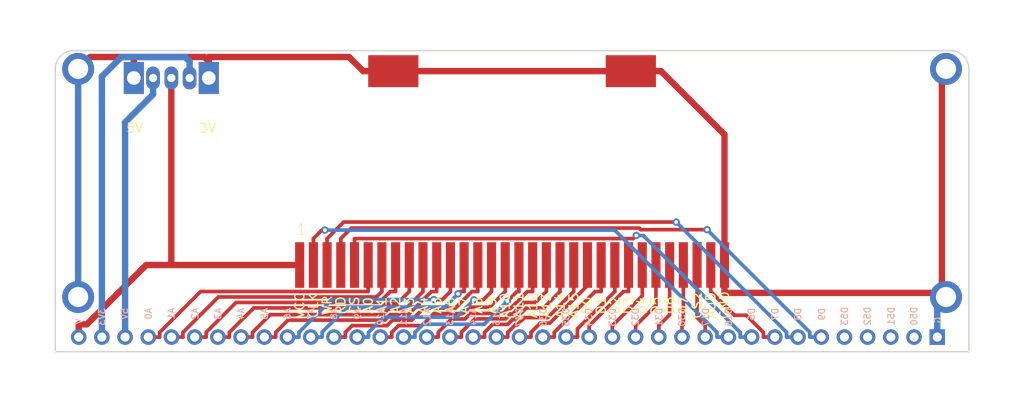
<source format=kicad_pcb>
(kicad_pcb (version 20211014) (generator pcbnew)
  (title_block (title "OSCR GAMEBOY ADAPTER") (date "2021-10-31") (rev "V1"))
  (layers (0 "F.Cu" signal) (31 "B.Cu" signal) (34 "B.Paste" user) (35 "F.Paste" user) (36 "B.SilkS" user "B.Silkscreen") (37 "F.SilkS" user "F.Silkscreen") (38 "B.Mask" user) (39 "F.Mask" user) (44 "Edge.Cuts" user))
  (net 0 "")
  (net 1 "D30")
  (net 2 "D31")
  (net 3 "D17")
  (net 4 "D8")
  (net 5 "D9")
  (net 6 "D6")
  (net 7 "D7")
  (net 8 "VCC")
  (net 9 "GND")
  (net 10 "+5V")
  (net 11 "D36")
  (net 12 "D37")
  (net 13 "D34")
  (net 14 "D32")
  (net 15 "D33")
  (net 16 "A14")
  (net 17 "A15")
  (net 18 "A12")
  (net 19 "A13")
  (net 20 "A10")
  (net 21 "A11")
  (net 22 "A8")
  (net 23 "A9")
  (net 24 "A6")
  (net 25 "A7")
  (net 26 "A4")
  (net 27 "A5")
  (net 28 "A2")
  (net 29 "A3")
  (net 30 "A0")
  (net 31 "A1")
  (net 32 "D35")
  (net 33 "D16")
  (net 34 "D53")
  (net 35 "D52")
  (net 36 "D51")
  (net 37 "D50")
  (net 38 "+3V3")
  (footprint "MountingHole:MountingHole_2.2mm_M2_ISO7380_Pad" (layer "F.Cu") (at 197.5 77)
    (fp_text reference "M2_3" hide)
    (fp_text value "Screw_Terminal_01x01")
    (pad "1" thru_hole circle locked (at 0 0) (size 3.5 3.5) (drill 2.2) (layers *.Cu *.Mask) (net 9 "GND"))
  )
  (footprint "Connector_PinSocket_2.54mm:PinSocket_1x38_P2.54mm_Vertical" (layer "F.Cu") (at 102.56 81.395 90)
    (fp_text reference "J1")
    (fp_text value "CART SLOT TOP ROW")
    (pad "1" thru_hole circle (at 0 0 90) (size 1.7 1.7) (drill 1) (layers *.Cu *.Mask) (net 8 "VCC"))
    (pad "2" thru_hole oval (at 0 2.54 90) (size 1.7 1.7) (drill 1) (layers *.Cu *.Mask) (net 38 "+3V3"))
    (pad "3" thru_hole oval (at 0 5.08 90) (size 1.7 1.7) (drill 1) (layers *.Cu *.Mask) (net 10 "+5V"))
    (pad "4" thru_hole oval (at 0 7.62 90) (size 1.7 1.7) (drill 1) (layers *.Cu *.Mask) (net 30 "A0"))
    (pad "5" thru_hole oval (at 0 10.16 90) (size 1.7 1.7) (drill 1) (layers *.Cu *.Mask) (net 31 "A1"))
    (pad "6" thru_hole oval (at 0 12.7 90) (size 1.7 1.7) (drill 1) (layers *.Cu *.Mask) (net 28 "A2"))
    (pad "7" thru_hole oval (at 0 15.24 90) (size 1.7 1.7) (drill 1) (layers *.Cu *.Mask) (net 29 "A3"))
    (pad "8" thru_hole oval (at 0 17.78 90) (size 1.7 1.7) (drill 1) (layers *.Cu *.Mask) (net 26 "A4"))
    (pad "9" thru_hole oval (at 0 20.32 90) (size 1.7 1.7) (drill 1) (layers *.Cu *.Mask) (net 27 "A5"))
    (pad "10" thru_hole oval (at 0 22.86 90) (size 1.7 1.7) (drill 1) (layers *.Cu *.Mask) (net 24 "A6"))
    (pad "11" thru_hole oval (at 0 25.4 90) (size 1.7 1.7) (drill 1) (layers *.Cu *.Mask) (net 25 "A7"))
    (pad "12" thru_hole oval (at 0 27.94 90) (size 1.7 1.7) (drill 1) (layers *.Cu *.Mask) (net 22 "A8"))
    (pad "13" thru_hole oval (at 0 30.48 90) (size 1.7 1.7) (drill 1) (layers *.Cu *.Mask) (net 23 "A9"))
    (pad "14" thru_hole oval (at 0 33.02 90) (size 1.7 1.7) (drill 1) (layers *.Cu *.Mask) (net 20 "A10"))
    (pad "15" thru_hole oval (at 0 35.56 90) (size 1.7 1.7) (drill 1) (layers *.Cu *.Mask) (net 21 "A11"))
    (pad "16" thru_hole oval (at 0 38.1 90) (size 1.7 1.7) (drill 1) (layers *.Cu *.Mask) (net 18 "A12"))
    (pad "17" thru_hole oval (at 0 40.64 90) (size 1.7 1.7) (drill 1) (layers *.Cu *.Mask) (net 19 "A13"))
    (pad "18" thru_hole oval (at 0 43.18 90) (size 1.7 1.7) (drill 1) (layers *.Cu *.Mask) (net 16 "A14"))
    (pad "19" thru_hole oval (at 0 45.72 90) (size 1.7 1.7) (drill 1) (layers *.Cu *.Mask) (net 17 "A15"))
    (pad "20" thru_hole oval (at 0 48.26 90) (size 1.7 1.7) (drill 1) (layers *.Cu *.Mask) (net 12 "D37"))
    (pad "21" thru_hole oval (at 0 50.8 90) (size 1.7 1.7) (drill 1) (layers *.Cu *.Mask) (net 11 "D36"))
    (pad "22" thru_hole oval (at 0 53.34 90) (size 1.7 1.7) (drill 1) (layers *.Cu *.Mask) (net 32 "D35"))
    (pad "23" thru_hole oval (at 0 55.88 90) (size 1.7 1.7) (drill 1) (layers *.Cu *.Mask) (net 13 "D34"))
    (pad "24" thru_hole oval (at 0 58.42 90) (size 1.7 1.7) (drill 1) (layers *.Cu *.Mask) (net 15 "D33"))
    (pad "25" thru_hole oval (at 0 60.96 90) (size 1.7 1.7) (drill 1) (layers *.Cu *.Mask) (net 14 "D32"))
    (pad "26" thru_hole oval (at 0 63.5 90) (size 1.7 1.7) (drill 1) (layers *.Cu *.Mask) (net 2 "D31"))
    (pad "27" thru_hole oval (at 0 66.04 90) (size 1.7 1.7) (drill 1) (layers *.Cu *.Mask) (net 1 "D30"))
    (pad "28" thru_hole oval (at 0 68.58 90) (size 1.7 1.7) (drill 1) (layers *.Cu *.Mask) (net 3 "D17"))
    (pad "29" thru_hole oval (at 0 71.12 90) (size 1.7 1.7) (drill 1) (layers *.Cu *.Mask) (net 33 "D16"))
    (pad "30" thru_hole oval (at 0 73.66 90) (size 1.7 1.7) (drill 1) (layers *.Cu *.Mask) (net 6 "D6"))
    (pad "31" thru_hole oval (at 0 76.2 90) (size 1.7 1.7) (drill 1) (layers *.Cu *.Mask) (net 7 "D7"))
    (pad "32" thru_hole oval (at 0 78.74 90) (size 1.7 1.7) (drill 1) (layers *.Cu *.Mask) (net 4 "D8"))
    (pad "33" thru_hole oval (at 0 81.28 90) (size 1.7 1.7) (drill 1) (layers *.Cu *.Mask) (net 5 "D9"))
    (pad "34" thru_hole oval (at 0 83.82 90) (size 1.7 1.7) (drill 1) (layers *.Cu *.Mask) (net 34 "D53"))
    (pad "35" thru_hole oval (at 0 86.36 90) (size 1.7 1.7) (drill 1) (layers *.Cu *.Mask) (net 35 "D52"))
    (pad "36" thru_hole oval (at 0 88.9 90) (size 1.7 1.7) (drill 1) (layers *.Cu *.Mask) (net 36 "D51"))
    (pad "37" thru_hole oval (at 0 91.44 90) (size 1.7 1.7) (drill 1) (layers *.Cu *.Mask) (net 37 "D50"))
    (pad "38" thru_hole rect (at 0 93.98 90) (size 1.7 1.7) (drill 1) (layers *.Cu *.Mask) (net 9 "GND"))
  )
  (footprint "Button_Switch_THT:SW_CuK_OS102011MA1QN1_SPDT_Angled" (layer "F.Cu") (at 114.7 53 180)
    (fp_text reference "SW1" hide)
    (fp_text value "SW_SPDT")
    (pad "" thru_hole rect (at 6.1 0 180) (size 2.2 3.5) (drill 1.5) (layers *.Cu *.Mask) (net 9 "GND"))
    (pad "" thru_hole rect (at -2.1 0 180) (size 2.2 3.5) (drill 1.5) (layers *.Cu *.Mask) (net 9 "GND"))
    (pad "1" thru_hole oval (at 0 0 180) (size 1.5 2.5) (drill 0.9) (layers *.Cu *.Mask) (net 38 "+3V3"))
    (pad "2" thru_hole oval (at 2 0 180) (size 1.5 2.5) (drill 0.9) (layers *.Cu *.Mask) (net 8 "VCC"))
    (pad "3" thru_hole oval (at 4 0 180) (size 1.5 2.5) (drill 0.9) (layers *.Cu *.Mask) (net 10 "+5V"))
  )
  (footprint "MountingHole:MountingHole_2.2mm_M2_ISO7380_Pad" (layer "F.Cu") (at 102.5 52)
    (fp_text reference "M2_1" hide)
    (fp_text value "Screw_Terminal_01x01")
    (pad "1" thru_hole circle locked (at 0 0) (size 3.5 3.5) (drill 2.2) (layers *.Cu *.Mask) (net 9 "GND"))
  )
  (footprint "!sanni:GBA-SLOT-B" (layer "F.Cu") (at 150 68.5 90)
    (fp_text reference "J2" hide)
    (fp_text value "GBA_Slot" hide)
    (fp_text user "1" (at -1.79 -23.68) (layer "F.SilkS") (effects (font (size 1.2065 1.2065) (thickness 0.1016)) (justify left bottom)))
    (pad "" np_thru_hole circle locked (at 3.5 -13 90) (size 2.2 2.2) (drill 2.2) (layers *.Cu *.Mask))
    (pad "" np_thru_hole circle locked (at 3.5 13 90) (size 2.2 2.2) (drill 2.2) (layers *.Cu *.Mask))
    (pad "1" smd rect locked (at -5 -23.25 270) (size 5 1) (layers "F.Cu" "F.Paste" "F.Mask") (net 8 "VCC"))
    (pad "2" smd rect locked (at -5 -21.75 270) (size 5 1) (layers "F.Cu" "F.Paste" "F.Mask") (net 33 "D16"))
    (pad "3" smd rect locked (at -5 -20.25 270) (size 5 1) (layers "F.Cu" "F.Paste" "F.Mask") (net 4 "D8"))
    (pad "4" smd rect locked (at -5 -18.75 270) (size 5 1) (layers "F.Cu" "F.Paste" "F.Mask") (net 5 "D9"))
    (pad "5" smd rect locked (at -5 -17.25 270) (size 5 1) (layers "F.Cu" "F.Paste" "F.Mask") (net 6 "D6"))
    (pad "6" smd rect locked (at -5 -15.75 270) (size 5 1) (layers "F.Cu" "F.Paste" "F.Mask") (net 30 "A0"))
    (pad "7" smd rect locked (at -5 -14.25 270) (size 5 1) (layers "F.Cu" "F.Paste" "F.Mask") (net 31 "A1"))
    (pad "8" smd rect locked (at -5 -12.75 270) (size 5 1) (layers "F.Cu" "F.Paste" "F.Mask") (net 28 "A2"))
    (pad "9" smd rect locked (at -5 -11.25 270) (size 5 1) (layers "F.Cu" "F.Paste" "F.Mask") (net 29 "A3"))
    (pad "10" smd rect locked (at -5 -9.75 270) (size 5 1) (layers "F.Cu" "F.Paste" "F.Mask") (net 26 "A4"))
    (pad "11" smd rect locked (at -5 -8.25 270) (size 5 1) (layers "F.Cu" "F.Paste" "F.Mask") (net 27 "A5"))
    (pad "12" smd rect locked (at -5 -6.75 270) (size 5 1) (layers "F.Cu" "F.Paste" "F.Mask") (net 24 "A6"))
    (pad "13" smd rect locked (at -5 -5.25 270) (size 5 1) (layers "F.Cu" "F.Paste" "F.Mask") (net 25 "A7"))
    (pad "14" smd rect locked (at -5 -3.75 270) (size 5 1) (layers "F.Cu" "F.Paste" "F.Mask") (net 22 "A8"))
    (pad "15" smd rect locked (at -5 -2.25 270) (size 5 1) (layers "F.Cu" "F.Paste" "F.Mask") (net 23 "A9"))
    (pad "16" smd rect locked (at -5 -0.75 270) (size 5 1) (layers "F.Cu" "F.Paste" "F.Mask") (net 20 "A10"))
    (pad "17" smd rect locked (at -5 0.75 270) (size 5 1) (layers "F.Cu" "F.Paste" "F.Mask") (net 21 "A11"))
    (pad "18" smd rect locked (at -5 2.25 270) (size 5 1) (layers "F.Cu" "F.Paste" "F.Mask") (net 18 "A12"))
    (pad "19" smd rect locked (at -5 3.75 270) (size 5 1) (layers "F.Cu" "F.Paste" "F.Mask") (net 19 "A13"))
    (pad "20" smd rect locked (at -5 5.25 270) (size 5 1) (layers "F.Cu" "F.Paste" "F.Mask") (net 16 "A14"))
    (pad "21" smd rect locked (at -5 6.75 270) (size 5 1) (layers "F.Cu" "F.Paste" "F.Mask") (net 17 "A15"))
    (pad "22" smd rect locked (at -5 8.25 270) (size 5 1) (layers "F.Cu" "F.Paste" "F.Mask") (net 12 "D37"))
    (pad "23" smd rect locked (at -5 9.75 270) (size 5 1) (layers "F.Cu" "F.Paste" "F.Mask") (net 11 "D36"))
    (pad "24" smd rect locked (at -5 11.25 270) (size 5 1) (layers "F.Cu" "F.Paste" "F.Mask") (net 32 "D35"))
    (pad "25" smd rect locked (at -5 12.75 270) (size 5 1) (layers "F.Cu" "F.Paste" "F.Mask") (net 13 "D34"))
    (pad "26" smd rect locked (at -5 14.25 270) (size 5 1) (layers "F.Cu" "F.Paste" "F.Mask") (net 15 "D33"))
    (pad "27" smd rect locked (at -5 15.75 270) (size 5 1) (layers "F.Cu" "F.Paste" "F.Mask") (net 14 "D32"))
    (pad "28" smd rect locked (at -5 17.25 270) (size 5 1) (layers "F.Cu" "F.Paste" "F.Mask") (net 2 "D31"))
    (pad "29" smd rect locked (at -5 18.75 270) (size 5 1) (layers "F.Cu" "F.Paste" "F.Mask") (net 1 "D30"))
    (pad "30" smd rect locked (at -5 20.25 270) (size 5 1) (layers "F.Cu" "F.Paste" "F.Mask") (net 3 "D17"))
    (pad "31" smd rect locked (at -5 21.75 270) (size 5 1) (layers "F.Cu" "F.Paste" "F.Mask") (net 7 "D7"))
    (pad "32" smd rect locked (at -5 23.25 270) (size 5 1) (layers "F.Cu" "F.Paste" "F.Mask") (net 9 "GND"))
    (pad "SHIELD_3" smd rect locked (at 16.25 -13) (size 5.5 3.5) (layers "F.Cu" "F.Paste" "F.Mask") (net 9 "GND"))
    (pad "SHIELD_4" smd rect locked (at 16.25 13) (size 5.5 3.5) (layers "F.Cu" "F.Paste" "F.Mask") (net 9 "GND"))
  )
  (footprint "MountingHole:MountingHole_2.2mm_M2_ISO7380_Pad" (layer "F.Cu") (at 102.5 77)
    (fp_text reference "M2_10" hide)
    (fp_text value "Screw_Terminal_01x01")
    (pad "1" thru_hole circle locked (at 0 0) (size 3.5 3.5) (drill 2.2) (layers *.Cu *.Mask) (net 9 "GND"))
  )
  (footprint "MountingHole:MountingHole_2.2mm_M2_ISO7380_Pad" (layer "F.Cu") (at 197.5 52)
    (fp_text reference "M2_2" hide)
    (fp_text value "Screw_Terminal_01x01")
    (pad "1" thru_hole circle locked (at 0 0) (size 3.5 3.5) (drill 2.2) (layers *.Cu *.Mask) (net 9 "GND"))
  )
  (gr_line (start 200 83) (end 200 52) (layer "Edge.Cuts") (width 0.15))
  (gr_arc (start 198 50) (mid 199.414214 50.585786) (end 200.000001 52) (layer "Edge.Cuts") (width 0.15))
  (gr_line (start 102 50) (end 198 50) (layer "Edge.Cuts") (width 0.15))
  (gr_line (start 100 83) (end 100 52) (layer "Edge.Cuts") (width 0.15))
  (gr_arc (start 100 52) (mid 100.585786 50.585786) (end 102 50) (layer "Edge.Cuts") (width 0.15))
  (gr_line (start 200 83) (end 100 83) (layer "Edge.Cuts") (width 0.15))
  (gr_text "D9" (at 183.9 78.12 90) (layer "B.SilkS") (effects (font (size 0.7 0.7) (thickness 0.125)) (justify left mirror)))
  (gr_text "A6" (at 125.4 78.12 90) (layer "B.SilkS") (effects (font (size 0.7 0.7) (thickness 0.125)) (justify left mirror)))
  (gr_text "D52" (at 188.9 78 90) (layer "B.SilkS") (effects (font (size 0.7 0.7) (thickness 0.125)) (justify left mirror)))
  (gr_text "A4" (at 120.3 78.12 90) (layer "B.SilkS") (effects (font (size 0.7 0.7) (thickness 0.125)) (justify left mirror)))
  (gr_text "A2" (at 115.3 78.12 90) (layer "B.SilkS") (effects (font (size 0.7 0.7) (thickness 0.125)) (justify left mirror)))
  (gr_text "D31" (at 166.1 78.12 90) (layer "B.SilkS") (effects (font (size 0.7 0.7) (thickness 0.125)) (justify left mirror)))
  (gr_text "D7" (at 178.8 78.12 90) (layer "B.SilkS") (effects (font (size 0.7 0.7) (thickness 0.125)) (justify left mirror)))
  (gr_text "A10" (at 135.6 78.12 90) (layer "B.SilkS") (effects (font (size 0.7 0.7) (thickness 0.125)) (justify left mirror)))
  (gr_text "D37" (at 150.8 78.12 90) (layer "B.SilkS") (effects (font (size 0.7 0.7) (thickness 0.125)) (justify left mirror)))
  (gr_text "D32" (at 163.5 78.12 90) (layer "B.SilkS") (effects (font (size 0.7 0.7) (thickness 0.125)) (justify left mirror)))
  (gr_text "D8" (at 181.3 78.12 90) (layer "B.SilkS") (effects (font (size 0.7 0.7) (thickness 0.125)) (justify left mirror)))
  (gr_text "D30" (at 168.6 78.12 90) (layer "B.SilkS") (effects (font (size 0.7 0.7) (thickness 0.125)) (justify left mirror)))
  (gr_text "A14" (at 145.7 78.12 90) (layer "B.SilkS") (effects (font (size 0.7 0.7) (thickness 0.125)) (justify left mirror)))
  (gr_text "D50" (at 194 78 90) (layer "B.SilkS") (effects (font (size 0.7 0.7) (thickness 0.125)) (justify left mirror)))
  (gr_text "3V3" (at 105.1 78.12 90) (layer "B.SilkS") (effects (font (size 0.7 0.7) (thickness 0.125)) (justify left mirror)))
  (gr_text "D6" (at 176.2 78.12 90) (layer "B.SilkS") (effects (font (size 0.7 0.7) (thickness 0.125)) (justify left mirror)))
  (gr_text "D53" (at 186.4 78 90) (layer "B.SilkS") (effects (font (size 0.7 0.7) (thickness 0.125)) (justify left mirror)))
  (gr_text "A0" (at 110.2 78.12 90) (layer "B.SilkS") (effects (font (size 0.7 0.7) (thickness 0.125)) (justify left mirror)))
  (gr_text "A5" (at 122.9 78.12 90) (layer "B.SilkS") (effects (font (size 0.7 0.7) (thickness 0.125)) (justify left mirror)))
  (gr_text "A1" (at 112.7 78.12 90) (layer "B.SilkS") (effects (font (size 0.7 0.7) (thickness 0.125)) (justify left mirror)))
  (gr_text "A12" (at 140.7 78.12 90) (layer "B.SilkS") (effects (font (size 0.7 0.7) (thickness 0.125)) (justify left mirror)))
  (gr_text "V" (at 102.6 79.3 90) (layer "B.SilkS") (effects (font (size 0.7 0.7) (thickness 0.125)) (justify left mirror)))
  (gr_text "A3" (at 117.8 78.12 90) (layer "B.SilkS") (effects (font (size 0.7 0.7) (thickness 0.125)) (justify left mirror)))
  (gr_text "D36" (at 153.4 78.12 90) (layer "B.SilkS") (effects (font (size 0.7 0.7) (thickness 0.125)) (justify left mirror)))
  (gr_text "D51" (at 191.5 78 90) (layer "B.SilkS") (effects (font (size 0.7 0.7) (thickness 0.125)) (justify left mirror)))
  (gr_text "D33" (at 161 78.12 90) (layer "B.SilkS") (effects (font (size 0.7 0.7) (thickness 0.125)) (justify left mirror)))
  (gr_text "D34" (at 158.4 78.12 90) (layer "B.SilkS") (effects (font (size 0.7 0.7) (thickness 0.125)) (justify left mirror)))
  (gr_text "D17" (at 171.2 78.12 90) (layer "B.SilkS") (effects (font (size 0.7 0.7) (thickness 0.125)) (justify left mirror)))
  (gr_text "A9" (at 133.1 78.12 90) (layer "B.SilkS") (effects (font (size 0.7 0.7) (thickness 0.125)) (justify left mirror)))
  (gr_text "A7" (at 128 78.12 90) (layer "B.SilkS") (effects (font (size 0.7 0.7) (thickness 0.125)) (justify left mirror)))
  (gr_text "G" (at 196.6 79.1 90) (layer "B.SilkS") (effects (font (size 0.7 0.7) (thickness 0.125)) (justify left mirror)))
  (gr_text "A8" (at 130.5 78.12 90) (layer "B.SilkS") (effects (font (size 0.7 0.7) (thickness 0.125)) (justify left mirror)))
  (gr_text "A11" (at 138.1 78.12 90) (layer "B.SilkS") (effects (font (size 0.7 0.7) (thickness 0.125)) (justify left mirror)))
  (gr_text "A13" (at 143.2 78.12 90) (layer "B.SilkS") (effects (font (size 0.7 0.7) (thickness 0.125)) (justify left mirror)))
  (gr_text "D16" (at 173.7 78.12 90) (layer "B.SilkS") (effects (font (size 0.7 0.7) (thickness 0.125)) (justify left mirror)))
  (gr_text "A15" (at 148.3 78.12 90) (layer "B.SilkS") (effects (font (size 0.7 0.7) (thickness 0.125)) (justify left mirror)))
  (gr_text "5V" (at 107.6 78.12 90) (layer "B.SilkS") (effects (font (size 0.7 0.7) (thickness 0.125)) (justify left mirror)))
  (gr_text "D35" (at 155.9 78.12 90) (layer "B.SilkS") (effects (font (size 0.7 0.7) (thickness 0.125)) (justify left mirror)))
  (gr_text "D6\n" (at 167.25 77.925918 90) (layer "F.SilkS") (effects (font (size 1 1))))
  (gr_text "D3" (at 162.75 77.925918 90) (layer "F.SilkS") (effects (font (size 1 1))))
  (gr_text "A9" (at 147.75 77.925918 90) (layer "F.SilkS") (effects (font (size 1 1))))
  (gr_text "A13" (at 153.75 77.925918 90) (layer "F.SilkS") (effects (font (size 1 1))))
  (gr_text "D7" (at 168.75 77.9 90) (layer "F.SilkS") (effects (font (size 1 1))))
  (gr_text "A14" (at 155.25 77.925918 90) (layer "F.SilkS") (effects (font (size 1 1))))
  (gr_text "A1" (at 135.75 77.925918 90) (layer "F.SilkS") (effects (font (size 1 1))))
  (gr_text "A15" (at 156.75 77.925918 90) (layer "F.SilkS") (effects (font (size 1 1))))
  (gr_text "D5" (at 165.75 77.925918 90) (layer "F.SilkS") (effects (font (size 1 1))))
  (gr_text "D4" (at 164.25 77.925918 90) (layer "F.SilkS") (effects (font (size 1 1))))
  (gr_text "A12" (at 152.25 77.925918 90) (layer "F.SilkS") (effects (font (size 1 1))))
  (gr_text "5V" (at 108.7 58.5) (layer "F.SilkS") (effects (font (size 1 1))))
  (gr_text "A3" (at 138.75 77.925918 90) (layer "F.SilkS") (effects (font (size 1 1))))
  (gr_text "A0" (at 134.25 77.925918 90) (layer "F.SilkS") (effects (font (size 1 1))))
  (gr_text "D1" (at 159.75 77.925918 90) (layer "F.SilkS") (effects (font (size 1 1))))
  (gr_text "A7" (at 144.75 77.925918 90) (layer "F.SilkS") (effects (font (size 1 1))))
  (gr_text "A4" (at 140.25 77.925918 90) (layer "F.SilkS") (effects (font (size 1 1))))
  (gr_text "D0" (at 158.25 77.925918 90) (layer "F.SilkS") (effects (font (size 1 1))))
  (gr_text "A10" (at 149.25 77.925918 90) (layer "F.SilkS") (effects (font (size 1 1))))
  (gr_text "A6" (at 143.25 77.925918 90) (layer "F.SilkS") (effects (font (size 1 1))))
  (gr_text "VCC" (at 126.75 77.925918 90) (layer "F.SilkS") (effects (font (size 1 1))))
  (gr_text "RD" (at 131.25 77.925918 90) (layer "F.SilkS") (effects (font (size 1 1))))
  (gr_text "3V\n" (at 116.7 58.5) (layer "F.SilkS") (effects (font (size 1 1))))
  (gr_text "D2" (at 161.25 77.925918 90) (layer "F.SilkS") (effects (font (size 1 1))))
  (gr_text "A8\n" (at 146.25 77.925918 90) (layer "F.SilkS") (effects (font (size 1 1))))
  (gr_text "CS2" (at 170.25 77.925918 90) (layer "F.SilkS") (effects (font (size 1 1))))
  (gr_text "A2\n" (at 137.25 77.925918 90) (layer "F.SilkS") (effects (font (size 1 1))))
  (gr_text "A11\n" (at 150.728089 77.94426 90) (layer "F.SilkS") (effects (font (size 1 1))))
  (gr_text "CLK" (at 128.25 77.925918 90) (layer "F.SilkS") (effects (font (size 1 1))))
  (gr_text "GND" (at 173.264774 77.9 90) (layer "F.SilkS") (effects (font (size 1 1))))
  (gr_text "A5" (at 141.75 77.925918 90) (layer "F.SilkS") (effects (font (size 1 1))))
  (gr_text "WR" (at 129.75 77.925918 90) (layer "F.SilkS") (effects (font (size 1 1))))
  (gr_text "CS" (at 132.75 77.925918 90) (layer "F.SilkS") (effects (font (size 1 1))))
  (gr_text "AUD" (at 171.75 77.925918 90) (layer "F.SilkS") (effects (font (size 1 1))))
  (segment (start 168.6 81.395) (end 168.6 80.1447) (width 0.4) (layer "F.Cu") (net 1))
  (segment (start 168.75 73.5) (end 168.75 79.9947) (width 0.4) (layer "F.Cu") (net 1))
  (segment (start 168.75 79.9947) (end 168.6 80.1447) (width 0.4) (layer "F.Cu") (net 1))
  (segment (start 167.25 78.9547) (end 166.06 80.1447) (width 0.4) (layer "F.Cu") (net 2))
  (segment (start 166.06 81.395) (end 166.06 80.1447) (width 0.4) (layer "F.Cu") (net 2))
  (segment (start 167.25 73.5) (end 167.25 78.9547) (width 0.4) (layer "F.Cu") (net 2))
  (segment (start 170.25 73.5) (end 170.25 79.2547) (width 0.4) (layer "F.Cu") (net 3))
  (segment (start 171.14 81.395) (end 171.14 80.1447) (width 0.4) (layer "F.Cu") (net 3))
  (segment (start 170.25 79.2547) (end 171.14 80.1447) (width 0.4) (layer "F.Cu") (net 3))
  (segment (start 131.5602 68.7895) (end 167.9623 68.7895) (width 0.4) (layer "F.Cu") (net 4))
  (segment (start 129.75 70.5997) (end 131.5602 68.7895) (width 0.4) (layer "F.Cu") (net 4))
  (segment (start 129.75 73.5) (end 129.75 70.5997) (width 0.4) (layer "F.Cu") (net 4))
  (via (at 167.9623 68.7895) (size 0.8) (drill 0.4) (layers "F.Cu" "B.Cu") (net 4))
  (segment (start 180.0497 80.8769) (end 167.9623 68.7895) (width 0.4) (layer "B.Cu") (net 4))
  (segment (start 181.3 81.395) (end 180.0497 81.395) (width 0.4) (layer "B.Cu") (net 4))
  (segment (start 180.0497 81.395) (end 180.0497 80.8769) (width 0.4) (layer "B.Cu") (net 4))
  (segment (start 164.091 69.6219) (end 163.9169 69.4478) (width 0.4) (layer "F.Cu") (net 5))
  (segment (start 163.9169 69.4478) (end 132.4019 69.4478) (width 0.4) (layer "F.Cu") (net 5))
  (segment (start 171.3454 69.6219) (end 164.091 69.6219) (width 0.4) (layer "F.Cu") (net 5))
  (segment (start 131.25 73.5) (end 131.25 70.5997) (width 0.4) (layer "F.Cu") (net 5))
  (segment (start 132.4019 69.4478) (end 131.25 70.5997) (width 0.4) (layer "F.Cu") (net 5))
  (via (at 171.3454 69.6219) (size 0.8) (drill 0.4) (layers "F.Cu" "B.Cu") (net 5))
  (segment (start 182.5897 80.8662) (end 171.3454 69.6219) (width 0.4) (layer "B.Cu") (net 5))
  (segment (start 182.5897 81.395) (end 182.5897 80.8662) (width 0.4) (layer "B.Cu") (net 5))
  (segment (start 183.84 81.395) (end 182.5897 81.395) (width 0.4) (layer "B.Cu") (net 5))
  (segment (start 163.265 70.5997) (end 163.601 70.2637) (width 0.4) (layer "F.Cu") (net 6))
  (segment (start 132.75 73.5) (end 132.75 70.5997) (width 0.4) (layer "F.Cu") (net 6))
  (segment (start 132.75 70.5997) (end 163.265 70.5997) (width 0.4) (layer "F.Cu") (net 6))
  (via (at 163.601 70.2637) (size 0.8) (drill 0.4) (layers "F.Cu" "B.Cu") (net 6))
  (segment (start 163.601 70.2637) (end 164.3565 70.2637) (width 0.4) (layer "B.Cu") (net 6))
  (segment (start 174.9697 80.8769) (end 174.9697 81.395) (width 0.4) (layer "B.Cu") (net 6))
  (segment (start 176.22 81.395) (end 174.9697 81.395) (width 0.4) (layer "B.Cu") (net 6))
  (segment (start 164.3565 70.2637) (end 174.9697 80.8769) (width 0.4) (layer "B.Cu") (net 6))
  (segment (start 171.75 76.4003) (end 174.3506 79.0009) (width 0.4) (layer "F.Cu") (net 7))
  (segment (start 174.3506 79.0009) (end 175.6337 79.0009) (width 0.4) (layer "F.Cu") (net 7))
  (segment (start 177.5097 80.8769) (end 177.5097 81.395) (width 0.4) (layer "F.Cu") (net 7))
  (segment (start 178.76 81.395) (end 177.5097 81.395) (width 0.4) (layer "F.Cu") (net 7))
  (segment (start 175.6337 79.0009) (end 177.5097 80.8769) (width 0.4) (layer "F.Cu") (net 7))
  (segment (start 171.75 73.5) (end 171.75 76.4003) (width 0.4) (layer "F.Cu") (net 7))
  (segment (start 126.75 73.5) (end 112.7 73.5) (width 0.7) (layer "F.Cu") (net 8))
  (segment (start 103.4557 79.9947) (end 102.56 79.9947) (width 0.7) (layer "F.Cu") (net 8))
  (segment (start 112.7 73.5) (end 112.7 53) (width 0.7) (layer "F.Cu") (net 8))
  (segment (start 109.9504 73.5) (end 103.4557 79.9947) (width 0.7) (layer "F.Cu") (net 8))
  (segment (start 112.7 73.5) (end 109.9504 73.5) (width 0.7) (layer "F.Cu") (net 8))
  (segment (start 102.56 81.395) (end 102.56 79.9947) (width 0.7) (layer "F.Cu") (net 8))
  (segment (start 197.0503 76.5503) (end 197.5 77) (width 0.7) (layer "F.Cu") (net 9))
  (segment (start 133.6997 52.25) (end 132.1494 50.6997) (width 0.7) (layer "F.Cu") (net 9))
  (segment (start 108.6 53) (end 108.6 50.6997) (width 0.7) (layer "F.Cu") (net 9))
  (segment (start 116.8 53) (end 116.8 51.1748) (width 0.7) (layer "F.Cu") (net 9))
  (segment (start 197.0503 76.5503) (end 197.0503 52.4497) (width 0.7) (layer "F.Cu") (net 9))
  (segment (start 137 52.25) (end 133.6997 52.25) (width 0.7) (layer "F.Cu") (net 9))
  (segment (start 166.3003 52.25) (end 173.25 59.1997) (width 0.7) (layer "F.Cu") (net 9))
  (segment (start 163 52.25) (end 166.3003 52.25) (width 0.7) (layer "F.Cu") (net 9))
  (segment (start 173.25 76.5503) (end 197.0503 76.5503) (width 0.7) (layer "F.Cu") (net 9))
  (segment (start 102.5 52) (end 103.8003 50.6997) (width 0.7) (layer "F.Cu") (net 9))
  (segment (start 103.8003 50.6997) (end 108.6 50.6997) (width 0.7) (layer "F.Cu") (net 9))
  (segment (start 116.8 51.1748) (end 116.8 50.6997) (width 0.7) (layer "F.Cu") (net 9))
  (segment (start 116.8 51.1748) (end 116.3249 50.6997) (width 0.7) (layer "F.Cu") (net 9))
  (segment (start 197.0503 52.4497) (end 197.5 52) (width 0.7) (layer "F.Cu") (net 9))
  (segment (start 132.1494 50.6997) (end 116.8 50.6997) (width 0.7) (layer "F.Cu") (net 9))
  (segment (start 137 52.25) (end 163 52.25) (width 0.7) (layer "F.Cu") (net 9))
  (segment (start 173.25 59.1997) (end 173.25 73.5) (width 0.7) (layer "F.Cu") (net 9))
  (segment (start 116.3249 50.6997) (end 108.6 50.6997) (width 0.7) (layer "F.Cu") (net 9))
  (segment (start 173.25 73.5) (end 173.25 76.5503) (width 0.7) (layer "F.Cu") (net 9))
  (segment (start 196.54 77.96) (end 196.54 81.395) (width 0.7) (layer "B.Cu") (net 9))
  (segment (start 102.5 52) (end 102.5 77) (width 0.7) (layer "B.Cu") (net 9))
  (segment (start 197.5 77) (end 196.54 77.96) (width 0.7) (layer "B.Cu") (net 9))
  (segment (start 107.64 57.8603) (end 107.64 79.9947) (width 0.7) (layer "B.Cu") (net 10))
  (segment (start 110.7 54.8003) (end 107.64 57.8603) (width 0.7) (layer "B.Cu") (net 10))
  (segment (start 107.64 81.395) (end 107.64 79.9947) (width 0.7) (layer "B.Cu") (net 10))
  (segment (start 110.7 53) (end 110.7 54.8003) (width 0.7) (layer "B.Cu") (net 10))
  (segment (start 159.75 73.5) (end 159.75 76.4003) (width 0.4) (layer "F.Cu") (net 11))
  (segment (start 159.75 76.4003) (end 159.0869 76.4003) (width 0.4) (layer "F.Cu") (net 11))
  (segment (start 154.6103 80.8769) (end 154.6103 81.395) (width 0.4) (layer "F.Cu") (net 11))
  (segment (start 153.36 81.395) (end 154.6103 81.395) (width 0.4) (layer "F.Cu") (net 11))
  (segment (start 159.0869 76.4003) (end 154.6103 80.8769) (width 0.4) (layer "F.Cu") (net 11))
  (segment (start 158.25 75.7494) (end 154.1383 79.8611) (width 0.4) (layer "F.Cu") (net 12))
  (segment (start 153.0861 79.8611) (end 152.0703 80.8769) (width 0.4) (layer "F.Cu") (net 12))
  (segment (start 158.25 73.5) (end 158.25 75.7494) (width 0.4) (layer "F.Cu") (net 12))
  (segment (start 150.82 81.395) (end 152.0703 81.395) (width 0.4) (layer "F.Cu") (net 12))
  (segment (start 154.1383 79.8611) (end 153.0861 79.8611) (width 0.4) (layer "F.Cu") (net 12))
  (segment (start 152.0703 80.8769) (end 152.0703 81.395) (width 0.4) (layer "F.Cu") (net 12))
  (segment (start 162.75 73.5) (end 162.75 76.4003) (width 0.4) (layer "F.Cu") (net 13))
  (segment (start 158.44 81.395) (end 158.44 80.1447) (width 0.4) (layer "F.Cu") (net 13))
  (segment (start 162.75 76.4003) (end 162.1844 76.4003) (width 0.4) (layer "F.Cu") (net 13))
  (segment (start 162.1844 76.4003) (end 158.44 80.1447) (width 0.4) (layer "F.Cu") (net 13))
  (segment (start 165.75 77.9147) (end 163.52 80.1447) (width 0.4) (layer "F.Cu") (net 14))
  (segment (start 163.52 81.395) (end 163.52 80.1447) (width 0.4) (layer "F.Cu") (net 14))
  (segment (start 165.75 73.5) (end 165.75 77.9147) (width 0.4) (layer "F.Cu") (net 14))
  (segment (start 164.25 73.5) (end 164.25 76.8747) (width 0.4) (layer "F.Cu") (net 15))
  (segment (start 164.25 76.8747) (end 160.98 80.1447) (width 0.4) (layer "F.Cu") (net 15))
  (segment (start 160.98 81.395) (end 160.98 80.1447) (width 0.4) (layer "F.Cu") (net 15))
  (segment (start 150.3085 79.4647) (end 151.572 78.2012) (width 0.4) (layer "F.Cu") (net 16))
  (segment (start 149.5157 80.0021) (end 150.0531 79.4647) (width 0.4) (layer "F.Cu") (net 16))
  (segment (start 153.4491 78.2012) (end 155.25 76.4003) (width 0.4) (layer "F.Cu") (net 16))
  (segment (start 146.9903 81.395) (end 146.9903 80.8769) (width 0.4) (layer "F.Cu") (net 16))
  (segment (start 145.74 81.395) (end 146.9903 81.395) (width 0.4) (layer "F.Cu") (net 16))
  (segment (start 147.8651 80.0021) (end 149.5157 80.0021) (width 0.4) (layer "F.Cu") (net 16))
  (segment (start 155.25 73.5) (end 155.25 76.4003) (width 0.4) (layer "F.Cu") (net 16))
  (segment (start 151.572 78.2012) (end 153.4491 78.2012) (width 0.4) (layer "F.Cu") (net 16))
  (segment (start 150.0531 79.4647) (end 150.3085 79.4647) (width 0.4) (layer "F.Cu") (net 16))
  (segment (start 146.9903 80.8769) (end 147.8651 80.0021) (width 0.4) (layer "F.Cu") (net 16))
  (segment (start 148.28 81.395) (end 149.5303 81.395) (width 0.4) (layer "F.Cu") (net 17))
  (segment (start 150.5571 80.065) (end 151.3614 79.2607) (width 0.4) (layer "F.Cu") (net 17))
  (segment (start 151.3614 79.2607) (end 153.8896 79.2607) (width 0.4) (layer "F.Cu") (net 17))
  (segment (start 150.3422 80.065) (end 150.5571 80.065) (width 0.4) (layer "F.Cu") (net 17))
  (segment (start 156.75 73.5) (end 156.75 76.4003) (width 0.4) (layer "F.Cu") (net 17))
  (segment (start 149.5303 80.8769) (end 150.3422 80.065) (width 0.4) (layer "F.Cu") (net 17))
  (segment (start 153.8896 79.2607) (end 156.75 76.4003) (width 0.4) (layer "F.Cu") (net 17))
  (segment (start 149.5303 81.395) (end 149.5303 80.8769) (width 0.4) (layer "F.Cu") (net 17))
  (segment (start 141.9103 81.395) (end 141.9103 80.8769) (width 0.4) (layer "F.Cu") (net 18))
  (segment (start 141.9103 80.8769) (end 143.3712 79.416) (width 0.4) (layer "F.Cu") (net 18))
  (segment (start 151.6751 76.4003) (end 152.25 76.4003) (width 0.4) (layer "F.Cu") (net 18))
  (segment (start 144.8488 79.416) (end 145.4633 78.8015) (width 0.4) (layer "F.Cu") (net 18))
  (segment (start 149.5559 78.2641) (end 149.8113 78.2641) (width 0.4) (layer "F.Cu") (net 18))
  (segment (start 140.66 81.395) (end 141.9103 81.395) (width 0.4) (layer "F.Cu") (net 18))
  (segment (start 149.8113 78.2641) (end 151.6751 76.4003) (width 0.4) (layer "F.Cu") (net 18))
  (segment (start 152.25 73.5) (end 152.25 76.4003) (width 0.4) (layer "F.Cu") (net 18))
  (segment (start 143.3712 79.416) (end 144.8488 79.416) (width 0.4) (layer "F.Cu") (net 18))
  (segment (start 145.4633 78.8015) (end 149.0185 78.8015) (width 0.4) (layer "F.Cu") (net 18))
  (segment (start 149.0185 78.8015) (end 149.5559 78.2641) (width 0.4) (layer "F.Cu") (net 18))
  (segment (start 144.4503 80.8769) (end 145.9254 79.4018) (width 0.4) (layer "F.Cu") (net 19))
  (segment (start 149.2671 79.4018) (end 149.8045 78.8644) (width 0.4) (layer "F.Cu") (net 19))
  (segment (start 151.3234 77.6009) (end 152.5494 77.6009) (width 0.4) (layer "F.Cu") (net 19))
  (segment (start 144.4503 81.395) (end 144.4503 80.8769) (width 0.4) (layer "F.Cu") (net 19))
  (segment (start 153.75 73.5) (end 153.75 76.4003) (width 0.4) (layer "F.Cu") (net 19))
  (segment (start 149.8045 78.8644) (end 150.0599 78.8644) (width 0.4) (layer "F.Cu") (net 19))
  (segment (start 150.0599 78.8644) (end 151.3234 77.6009) (width 0.4) (layer "F.Cu") (net 19))
  (segment (start 152.5494 77.6009) (end 153.75 76.4003) (width 0.4) (layer "F.Cu") (net 19))
  (segment (start 143.2 81.395) (end 144.4503 81.395) (width 0.4) (layer "F.Cu") (net 19))
  (segment (start 145.9254 79.4018) (end 149.2671 79.4018) (width 0.4) (layer "F.Cu") (net 19))
  (segment (start 140.1105 80.1365) (end 141.4313 78.8157) (width 0.4) (layer "F.Cu") (net 20))
  (segment (start 141.4313 78.8157) (end 144.6002 78.8157) (width 0.4) (layer "F.Cu") (net 20))
  (segment (start 137.5707 80.1365) (end 140.1105 80.1365) (width 0.4) (layer "F.Cu") (net 20))
  (segment (start 149.25 73.5) (end 149.25 76.4003) (width 0.4) (layer "F.Cu") (net 20))
  (segment (start 144.6002 78.8157) (end 145.2965 78.1194) (width 0.4) (layer "F.Cu") (net 20))
  (segment (start 145.2965 78.1194) (end 147.5309 78.1194) (width 0.4) (layer "F.Cu") (net 20))
  (segment (start 136.8303 80.8769) (end 137.5707 80.1365) (width 0.4) (layer "F.Cu") (net 20))
  (segment (start 147.5309 78.1194) (end 149.25 76.4003) (width 0.4) (layer "F.Cu") (net 20))
  (segment (start 136.8303 81.395) (end 136.8303 80.8769) (width 0.4) (layer "F.Cu") (net 20))
  (segment (start 135.58 81.395) (end 136.8303 81.395) (width 0.4) (layer "F.Cu") (net 20))
  (segment (start 150.75 73.5) (end 150.75 76.4003) (width 0.4) (layer "F.Cu") (net 21))
  (segment (start 150.75 76.4003) (end 150.5433 76.4003) (width 0.4) (layer "F.Cu") (net 21))
  (segment (start 150.5433 76.4003) (end 149.4798 77.4638) (width 0.4) (layer "F.Cu") (net 21))
  (via (at 149.4798 77.4638) (size 0.8) (drill 0.4) (layers "F.Cu" "B.Cu") (net 21))
  (segment (start 140.2618 79.9854) (end 139.3703 80.8769) (width 0.4) (layer "B.Cu") (net 21))
  (segment (start 149.4798 77.4638) (end 146.9582 79.9854) (width 0.4) (layer "B.Cu") (net 21))
  (segment (start 146.9582 79.9854) (end 140.2618 79.9854) (width 0.4) (layer "B.Cu") (net 21))
  (segment (start 138.12 81.395) (end 139.3703 81.395) (width 0.4) (layer "B.Cu") (net 21))
  (segment (start 139.3703 80.8769) (end 139.3703 81.395) (width 0.4) (layer "B.Cu") (net 21))
  (segment (start 130.5 81.395) (end 131.7503 81.395) (width 0.4) (layer "F.Cu") (net 22))
  (segment (start 143.7905 78.2154) (end 140.3338 78.2154) (width 0.4) (layer "F.Cu") (net 22))
  (segment (start 145.6056 76.4003) (end 143.7905 78.2154) (width 0.4) (layer "F.Cu") (net 22))
  (segment (start 146.25 73.5) (end 146.25 76.4003) (width 0.4) (layer "F.Cu") (net 22))
  (segment (start 132.4907 80.1365) (end 131.7503 80.8769) (width 0.4) (layer "F.Cu") (net 22))
  (segment (start 139.013 79.5362) (end 136.9211 79.5362) (width 0.4) (layer "F.Cu") (net 22))
  (segment (start 136.9211 79.5362) (end 136.3208 80.1365) (width 0.4) (layer "F.Cu") (net 22))
  (segment (start 131.7503 80.8769) (end 131.7503 81.395) (width 0.4) (layer "F.Cu") (net 22))
  (segment (start 146.25 76.4003) (end 145.6056 76.4003) (width 0.4) (layer "F.Cu") (net 22))
  (segment (start 140.3338 78.2154) (end 139.013 79.5362) (width 0.4) (layer "F.Cu") (net 22))
  (segment (start 136.3208 80.1365) (end 132.4907 80.1365) (width 0.4) (layer "F.Cu") (net 22))
  (segment (start 147.75 76.4003) (end 146.8312 77.3191) (width 0.4) (layer "F.Cu") (net 23))
  (segment (start 147.75 73.5) (end 147.75 76.4003) (width 0.4) (layer "F.Cu") (net 23))
  (segment (start 146.8312 77.3191) (end 145.8185 77.3191) (width 0.4) (layer "F.Cu") (net 23))
  (via (at 145.8185 77.3191) (size 0.8) (drill 0.4) (layers "F.Cu" "B.Cu") (net 23))
  (segment (start 143.9256 79.212) (end 135.9552 79.212) (width 0.4) (layer "B.Cu") (net 23))
  (segment (start 145.8185 77.3191) (end 143.9256 79.212) (width 0.4) (layer "B.Cu") (net 23))
  (segment (start 135.9552 79.212) (end 134.2903 80.8769) (width 0.4) (layer "B.Cu") (net 23))
  (segment (start 133.04 81.395) (end 134.2903 81.395) (width 0.4) (layer "B.Cu") (net 23))
  (segment (start 134.2903 80.8769) (end 134.2903 81.395) (width 0.4) (layer "B.Cu") (net 23))
  (segment (start 143.25 73.5) (end 143.25 76.4003) (width 0.4) (layer "F.Cu") (net 24))
  (segment (start 142.3632 77.2871) (end 141.436 77.2871) (width 0.4) (layer "F.Cu") (net 24))
  (segment (start 143.25 76.4003) (end 142.3632 77.2871) (width 0.4) (layer "F.Cu") (net 24))
  (via (at 141.436 77.2871) (size 0.8) (drill 0.4) (layers "F.Cu" "B.Cu") (net 24))
  (segment (start 126.6703 80.8769) (end 126.6703 81.395) (width 0.4) (layer "B.Cu") (net 24))
  (segment (start 130.2601 77.2871) (end 126.6703 80.8769) (width 0.4) (layer "B.Cu") (net 24))
  (segment (start 125.42 81.395) (end 126.6703 81.395) (width 0.4) (layer "B.Cu") (net 24))
  (segment (start 141.436 77.2871) (end 130.2601 77.2871) (width 0.4) (layer "B.Cu") (net 24))
  (segment (start 144.75 73.5) (end 144.75 76.4003) (width 0.4) (layer "F.Cu") (net 25))
  (segment (start 144.75 76.4003) (end 144.3418 76.4003) (width 0.4) (layer "F.Cu") (net 25))
  (segment (start 144.3418 76.4003) (end 144.0878 76.6543) (width 0.4) (layer "F.Cu") (net 25))
  (via (at 144.0878 76.6543) (size 0.8) (drill 0.4) (layers "F.Cu" "B.Cu") (net 25))
  (segment (start 131.9544 78.1039) (end 129.2103 80.848) (width 0.4) (layer "B.Cu") (net 25))
  (segment (start 142.6382 78.1039) (end 131.9544 78.1039) (width 0.4) (layer "B.Cu") (net 25))
  (segment (start 127.96 81.395) (end 129.2103 81.395) (width 0.4) (layer "B.Cu") (net 25))
  (segment (start 129.2103 80.848) (end 129.2103 81.395) (width 0.4) (layer "B.Cu") (net 25))
  (segment (start 144.0878 76.6543) (end 142.6382 78.1039) (width 0.4) (layer "B.Cu") (net 25))
  (segment (start 138.3147 78.3356) (end 136.4239 78.3356) (width 0.4) (layer "F.Cu") (net 26))
  (segment (start 140.25 73.5) (end 140.25 76.4003) (width 0.4) (layer "F.Cu") (net 26))
  (segment (start 120.34 81.395) (end 121.5903 81.395) (width 0.4) (layer "F.Cu") (net 26))
  (segment (start 140.25 76.4003) (end 138.3147 78.3356) (width 0.4) (layer "F.Cu") (net 26))
  (segment (start 123.5314 78.9358) (end 121.5903 80.8769) (width 0.4) (layer "F.Cu") (net 26))
  (segment (start 136.4239 78.3356) (end 135.8237 78.9358) (width 0.4) (layer "F.Cu") (net 26))
  (segment (start 121.5903 80.8769) (end 121.5903 81.395) (width 0.4) (layer "F.Cu") (net 26))
  (segment (start 135.8237 78.9358) (end 123.5314 78.9358) (width 0.4) (layer "F.Cu") (net 26))
  (segment (start 141.1693 76.4003) (end 138.6337 78.9359) (width 0.4) (layer "F.Cu") (net 27))
  (segment (start 124.1303 80.8769) (end 124.1303 81.395) (width 0.4) (layer "F.Cu") (net 27))
  (segment (start 136.0723 79.5361) (end 125.4711 79.5361) (width 0.4) (layer "F.Cu") (net 27))
  (segment (start 141.75 76.4003) (end 141.1693 76.4003) (width 0.4) (layer "F.Cu") (net 27))
  (segment (start 136.6725 78.9359) (end 136.0723 79.5361) (width 0.4) (layer "F.Cu") (net 27))
  (segment (start 141.75 73.5) (end 141.75 76.4003) (width 0.4) (layer "F.Cu") (net 27))
  (segment (start 138.6337 78.9359) (end 136.6725 78.9359) (width 0.4) (layer "F.Cu") (net 27))
  (segment (start 125.4711 79.5361) (end 124.1303 80.8769) (width 0.4) (layer "F.Cu") (net 27))
  (segment (start 122.88 81.395) (end 124.1303 81.395) (width 0.4) (layer "F.Cu") (net 27))
  (segment (start 137.25 73.5) (end 137.25 76.4003) (width 0.4) (layer "F.Cu") (net 28))
  (segment (start 137.25 76.4003) (end 136.6614 76.4003) (width 0.4) (layer "F.Cu") (net 28))
  (segment (start 135.4606 77.6011) (end 119.7861 77.6011) (width 0.4) (layer "F.Cu") (net 28))
  (segment (start 136.6614 76.4003) (end 135.4606 77.6011) (width 0.4) (layer "F.Cu") (net 28))
  (segment (start 119.7861 77.6011) (end 116.5103 80.8769) (width 0.4) (layer "F.Cu") (net 28))
  (segment (start 115.26 81.395) (end 116.5103 81.395) (width 0.4) (layer "F.Cu") (net 28))
  (segment (start 116.5103 80.8769) (end 116.5103 81.395) (width 0.4) (layer "F.Cu") (net 28))
  (segment (start 117.8 81.395) (end 119.0503 81.395) (width 0.4) (layer "F.Cu") (net 29))
  (segment (start 135.7091 78.2015) (end 121.7257 78.2015) (width 0.4) (layer "F.Cu") (net 29))
  (segment (start 121.7257 78.2015) (end 119.0503 80.8769) (width 0.4) (layer "F.Cu") (net 29))
  (segment (start 137.415 77.7353) (end 136.1753 77.7353) (width 0.4) (layer "F.Cu") (net 29))
  (segment (start 138.75 76.4003) (end 137.415 77.7353) (width 0.4) (layer "F.Cu") (net 29))
  (segment (start 136.1753 77.7353) (end 135.7091 78.2015) (width 0.4) (layer "F.Cu") (net 29))
  (segment (start 119.0503 80.8769) (end 119.0503 81.395) (width 0.4) (layer "F.Cu") (net 29))
  (segment (start 138.75 73.5) (end 138.75 76.4003) (width 0.4) (layer "F.Cu") (net 29))
  (segment (start 134.25 76.4003) (end 115.9069 76.4003) (width 0.4) (layer "F.Cu") (net 30))
  (segment (start 115.9069 76.4003) (end 111.4303 80.8769) (width 0.4) (layer "F.Cu") (net 30))
  (segment (start 110.18 81.395) (end 111.4303 81.395) (width 0.4) (layer "F.Cu") (net 30))
  (segment (start 134.25 73.5) (end 134.25 76.4003) (width 0.4) (layer "F.Cu") (net 30))
  (segment (start 111.4303 80.8769) (end 111.4303 81.395) (width 0.4) (layer "F.Cu") (net 30))
  (segment (start 135.75 76.4003) (end 135.1496 77.0007) (width 0.4) (layer "F.Cu") (net 31))
  (segment (start 135.75 73.5) (end 135.75 76.4003) (width 0.4) (layer "F.Cu") (net 31))
  (segment (start 112.72 81.395) (end 113.9703 81.395) (width 0.4) (layer "F.Cu") (net 31))
  (segment (start 135.1496 77.0007) (end 117.8465 77.0007) (width 0.4) (layer "F.Cu") (net 31))
  (segment (start 117.8465 77.0007) (end 113.9703 80.8769) (width 0.4) (layer "F.Cu") (net 31))
  (segment (start 113.9703 80.8769) (end 113.9703 81.395) (width 0.4) (layer "F.Cu") (net 31))
  (segment (start 157.1503 80.5) (end 157.1503 81.395) (width 0.4) (layer "F.Cu") (net 32))
  (segment (start 155.9 81.395) (end 157.1503 81.395) (width 0.4) (layer "F.Cu") (net 32))
  (segment (start 161.25 76.4003) (end 157.1503 80.5) (width 0.4) (layer "F.Cu") (net 32))
  (segment (start 161.25 73.5) (end 161.25 76.4003) (width 0.4) (layer "F.Cu") (net 32))
  (segment (start 128.25 73.5) (end 128.25 70.5997) (width 0.4) (layer "F.Cu") (net 33))
  (segment (start 129.1775 69.6722) (end 129.5079 69.6722) (width 0.4) (layer "F.Cu") (net 33))
  (segment (start 128.25 70.5997) (end 129.1775 69.6722) (width 0.4) (layer "F.Cu") (net 33))
  (via (at 129.5079 69.6722) (size 0.8) (drill 0.4) (layers "F.Cu" "B.Cu") (net 33))
  (segment (start 161.225 69.6722) (end 172.4297 80.8769) (width 0.4) (layer "B.Cu") (net 33))
  (segment (start 173.68 81.395) (end 172.4297 81.395) (width 0.4) (layer "B.Cu") (net 33))
  (segment (start 172.4297 80.8769) (end 172.4297 81.395) (width 0.4) (layer "B.Cu") (net 33))
  (segment (start 129.5079 69.6722) (end 161.225 69.6722) (width 0.4) (layer "B.Cu") (net 33))
  (segment (start 107.2262 50.6995) (end 105.1 52.8257) (width 0.7) (layer "B.Cu") (net 38))
  (segment (start 114.7 51.1997) (end 114.1998 50.6995) (width 0.7) (layer "B.Cu") (net 38))
  (segment (start 114.7 53) (end 114.7 51.1997) (width 0.7) (layer "B.Cu") (net 38))
  (segment (start 114.1998 50.6995) (end 107.2262 50.6995) (width 0.7) (layer "B.Cu") (net 38))
  (segment (start 105.1 52.8257) (end 105.1 81.395) (width 0.7) (layer "B.Cu") (net 38))
)
</source>
